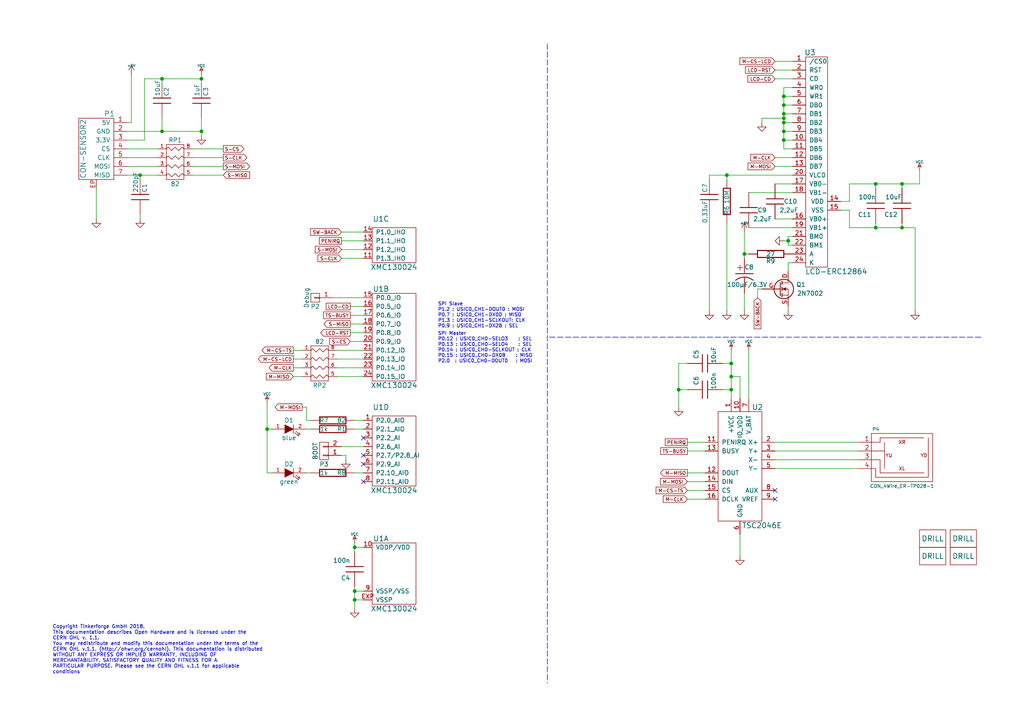
<source format=kicad_sch>
(kicad_sch (version 20211123) (generator eeschema)
  (paper "A4")
  (title_block (title "LCD 128x64 Bricklet") (date "2018-03-27") (rev "1.0") (company "Tinkerforge GmbH") (comment 1 "Licensed under CERN OHL v.1.1") (comment 2 "Copyright (©) 2018, L.Lauer <lukas@tinkerforge.com>"))
  (lib_symbols
    (symbol "tinkerforge:+5V" (power) (pin_names (offset 0))
      (property "Value" "tinkerforge_+5V" (at 0 3.556 0))
      (symbol "+5V_0_1"
        (polyline (pts (xy -0.762 1.27) (xy 0 2.54)))
        (polyline (pts (xy 0 0) (xy 0 2.54)))
        (polyline (pts (xy 0 2.54) (xy 0.762 1.27)))
      )
      (symbol "+5V_1_1"
        (pin power_in line (at 0 0 90) (length 0) hide (name "+5V") (number "1"))
      )
    )
    (symbol "tinkerforge:C" (pin_numbers hide) (pin_names (offset 0.254))
      (property "Reference" "C" (at 1.27 2.54 0))
      (property "Value" "tinkerforge_C" (at 1.27 -2.54 0))
      (symbol "C_0_1"
        (polyline (pts (xy -2.54 -0.762) (xy 2.54 -0.762)) (stroke (width 0.254)))
        (polyline (pts (xy -2.54 0.762) (xy 2.54 0.762)) (stroke (width 0.254)))
      )
      (symbol "C_1_1"
        (pin passive line (at 0 5.08 270) (length 4.318) (name "~") (number "1"))
        (pin passive line (at 0 -5.08 90) (length 4.318) (name "~") (number "2"))
      )
    )
    (symbol "tinkerforge:CON-SENSOR2" (pin_names (offset 1.016))
      (property "Reference" "P" (at -3.81 10.16 0))
      (property "Value" "tinkerforge_CON-SENSOR2" (at 3.81 0 90))
      (symbol "CON-SENSOR2_0_1"
        (rectangle (start -5.08 8.89) (end 5.08 -8.89))
      )
      (symbol "CON-SENSOR2_1_1"
        (pin passive line (at -8.89 7.62 0) (length 3.81) (name "5V") (number "1"))
        (pin passive line (at -8.89 5.08 0) (length 3.81) (name "GND") (number "2"))
        (pin passive line (at -8.89 2.54 0) (length 3.81) (name "3.3V") (number "3"))
        (pin passive line (at -8.89 0 0) (length 3.81) (name "CS") (number "4"))
        (pin passive line (at -8.89 -2.54 0) (length 3.81) (name "CLK") (number "5"))
        (pin passive line (at -8.89 -5.08 0) (length 3.81) (name "MOSI") (number "6"))
        (pin passive line (at -8.89 -7.62 0) (length 3.81) (name "MISO") (number "7"))
        (pin passive line (at 0 -11.43 90) (length 2.54) (name "~") (number "EP"))
      )
    )
    (symbol "tinkerforge:CONN_01X01" (pin_names (offset 1.016) hide)
      (property "Reference" "P" (at 0 2.54 0))
      (property "Value" "tinkerforge_CONN_01X01" (at 2.54 0 90))
      (symbol "CONN_01X01_0_1"
        (rectangle (start -1.27 0.127) (end 0.254 -0.127))
        (rectangle (start -1.27 1.27) (end 1.27 -1.27))
      )
      (symbol "CONN_01X01_1_1"
        (pin passive line (at -5.08 0 0) (length 3.81) (name "P1") (number "1"))
      )
    )
    (symbol "tinkerforge:CONN_01X02" (pin_names (offset 1.016) hide)
      (property "Reference" "P" (at 0 3.81 0))
      (property "Value" "tinkerforge_CONN_01X02" (at 2.54 0 90))
      (symbol "CONN_01X02_0_1"
        (rectangle (start -1.27 -1.143) (end 0.254 -1.397))
        (rectangle (start -1.27 1.397) (end 0.254 1.143))
        (rectangle (start -1.27 2.54) (end 1.27 -2.54))
      )
      (symbol "CONN_01X02_1_1"
        (pin passive line (at -5.08 1.27 0) (length 3.81) (name "P1") (number "1"))
        (pin passive line (at -5.08 -1.27 0) (length 3.81) (name "P2") (number "2"))
      )
    )
    (symbol "tinkerforge:CON_4Wire_ER-TP028-1" (pin_names (offset 1.016))
      (property "Reference" "P" (at -3.81 7.62 0))
      (property "Value" "tinkerforge_CON_4Wire_ER-TP028-1" (at 3.81 -8.89 0))
      (symbol "CON_4Wire_ER-TP028-1_0_0"
        (text "XL" (at 3.81 -3.81 0) (effects (font (size 0.9906 0.9906))))
        (text "XR" (at 3.81 3.81 0) (effects (font (size 0.9906 0.9906))))
        (text "YD" (at 10.16 0 0) (effects (font (size 0.9906 0.9906))))
        (text "YU" (at 0 0 0) (effects (font (size 0.9906 0.9906))))
      )
      (symbol "CON_4Wire_ER-TP028-1_0_1"
        (rectangle (start -5.08 6.35) (end 12.7 -7.62))
        (polyline (pts (xy -3.81 -1.27) (xy -2.54 -1.27)))
        (polyline (pts (xy -3.81 1.27) (xy -2.54 1.27)))
        (polyline (pts (xy -2.54 3.81) (xy -3.81 3.81)))
        (polyline (pts (xy -1.27 1.27) (xy -1.27 -3.81)))
        (polyline (pts (xy -2.54 -1.27) (xy -2.54 -5.08) (xy 10.16 -5.08)))
        (polyline (pts (xy -2.54 1.27) (xy -1.27 1.27) (xy -1.27 3.81)))
        (polyline (pts (xy -2.54 3.81) (xy -2.54 5.08) (xy 10.16 5.08)))
        (polyline (pts (xy -3.81 -3.81) (xy -3.81 -6.35) (xy 11.43 -6.35) (xy 11.43 5.08)))
      )
      (symbol "CON_4Wire_ER-TP028-1_1_1"
        (pin input line (at -8.89 3.81 0) (length 5.08) (name "~") (number "1"))
        (pin input line (at -8.89 1.27 0) (length 5.08) (name "~") (number "2"))
        (pin input line (at -8.89 -1.27 0) (length 5.08) (name "~") (number "3"))
        (pin input line (at -8.89 -3.81 0) (length 5.08) (name "~") (number "4"))
      )
    )
    (symbol "tinkerforge:CP1" (pin_numbers hide) (pin_names (offset 0.254) hide)
      (property "Reference" "C" (at 1.27 2.54 0))
      (property "Value" "tinkerforge_CP1" (at 1.27 -2.54 0))
      (symbol "CP1_0_0"
        (text "+" (at -1.27 2.54 0) (effects (font (size 2.032 2.032))))
      )
      (symbol "CP1_0_1"
        (polyline (pts (xy 0 1.27) (xy 0 0.762) (xy 0 0.762)))
        (polyline (pts (xy 2.54 0.635) (xy -2.54 0.635) (xy -2.54 0.635)) (stroke (width 0.254)))
        (arc (start 2.54 -1.27) (mid 0 -0.379) (end -2.54 -1.27) (stroke (width 0.254)))
      )
      (symbol "CP1_1_1"
        (pin passive line (at 0 5.08 270) (length 3.81) (name "~") (number "1"))
        (pin passive line (at 0 -5.08 90) (length 4.572) (name "~") (number "2"))
      )
    )
    (symbol "tinkerforge:DRILL" (pin_numbers hide) (pin_names (offset 0) hide)
      (property "Value" "tinkerforge_DRILL" (at 0 0 0))
      (symbol "DRILL_0_1"
        (rectangle (start -3.81 2.54) (end 3.81 -2.54))
      )
    )
    (symbol "tinkerforge:GND" (power) (pin_names (offset 0))
      (property "Value" "tinkerforge_GND" (at 0 -5.08 0))
      (symbol "GND_0_1"
        (polyline (pts (xy 0 0) (xy 0 -1.27) (xy 1.27 -1.27) (xy 0 -2.54) (xy -1.27 -1.27) (xy 0 -1.27)))
      )
      (symbol "GND_1_1"
        (pin power_in line (at 0 0 270) (length 0) hide (name "GND") (number "1"))
      )
    )
    (symbol "tinkerforge:LCD-ERC12864" (pin_names (offset 1.016))
      (property "Reference" "U" (at 1.27 31.75 0))
      (property "Value" "tinkerforge_LCD-ERC12864" (at 3.81 -31.75 0))
      (symbol "LCD-ERC12864_0_1"
        (rectangle (start 0 -30.48) (end 6.35 30.48))
      )
      (symbol "LCD-ERC12864_1_1"
        (pin passive line (at -3.81 29.21 0) (length 3.81) (name "/CS0") (number "1"))
        (pin passive line (at -3.81 6.35 0) (length 3.81) (name "DB4") (number "10"))
        (pin passive line (at -3.81 3.81 0) (length 3.81) (name "DB5") (number "11"))
        (pin passive line (at -3.81 1.27 0) (length 3.81) (name "DB6") (number "12"))
        (pin passive line (at -3.81 -1.27 0) (length 3.81) (name "DB7") (number "13"))
        (pin passive line (at 10.16 -11.43 180) (length 3.81) (name "VDD") (number "14"))
        (pin passive line (at 10.16 -13.97 180) (length 3.81) (name "VSS") (number "15"))
        (pin passive line (at -3.81 -16.51 0) (length 3.81) (name "VB0+") (number "16"))
        (pin passive line (at -3.81 -6.35 0) (length 3.81) (name "VB0-") (number "17"))
        (pin passive line (at -3.81 -8.89 0) (length 3.81) (name "VB1-") (number "18"))
        (pin passive line (at -3.81 -19.05 0) (length 3.81) (name "VB1+") (number "19"))
        (pin passive line (at -3.81 26.67 0) (length 3.81) (name "RST") (number "2"))
        (pin passive line (at -3.81 -3.81 0) (length 3.81) (name "VLCD") (number "20"))
        (pin passive line (at -3.81 -21.59 0) (length 3.81) (name "BM0") (number "21"))
        (pin passive line (at -3.81 -24.13 0) (length 3.81) (name "BM1") (number "22"))
        (pin input line (at -3.81 -26.67 0) (length 3.81) (name "A") (number "23"))
        (pin input line (at -3.81 -29.21 0) (length 3.81) (name "K") (number "24"))
        (pin passive line (at -3.81 24.13 0) (length 3.81) (name "CD") (number "3"))
        (pin passive line (at -3.81 21.59 0) (length 3.81) (name "WR0") (number "4"))
        (pin passive line (at -3.81 19.05 0) (length 3.81) (name "WR1") (number "5"))
        (pin passive line (at -3.81 16.51 0) (length 3.81) (name "DB0") (number "6"))
        (pin passive line (at -3.81 13.97 0) (length 3.81) (name "DB1") (number "7"))
        (pin passive line (at -3.81 11.43 0) (length 3.81) (name "DB2") (number "8"))
        (pin passive line (at -3.81 8.89 0) (length 3.81) (name "DB3") (number "9"))
      )
    )
    (symbol "tinkerforge:LED" (pin_names (offset 1.016) hide)
      (property "Reference" "D" (at 0 2.54 0))
      (property "Value" "tinkerforge_LED" (at 0 -2.54 0))
      (symbol "LED_0_1"
        (polyline (pts (xy 1.27 1.27) (xy 1.27 -1.27)))
        (polyline (pts (xy -1.27 1.27) (xy 1.27 0) (xy -1.27 -1.27)) (fill (type outline)))
        (polyline (pts (xy 1.651 -1.016) (xy 2.794 -2.032) (xy 2.667 -1.397)))
        (polyline (pts (xy 2.032 -0.635) (xy 3.175 -1.651) (xy 3.048 -1.016)))
      )
      (symbol "LED_1_1"
        (pin passive line (at -5.08 0 0) (length 3.81) (name "A") (number "1"))
        (pin passive line (at 5.08 0 180) (length 3.81) (name "K") (number "2"))
      )
    )
    (symbol "tinkerforge:MOSFET_N_CH" (pin_names (offset 0) hide)
      (property "Reference" "Q" (at 7.62 1.27 0))
      (property "Value" "tinkerforge_MOSFET_N_CH" (at 17.78 -1.27 0))
      (symbol "MOSFET_N_CH_0_1"
        (polyline (pts (xy 0.762 -1.778) (xy 2.54 -1.778)))
        (polyline (pts (xy 0.762 -1.27) (xy 0.762 -2.286)) (stroke (width 0.254)))
        (polyline (pts (xy 0.762 0) (xy 2.54 0)))
        (polyline (pts (xy 0.762 0.508) (xy 0.762 -0.508)) (stroke (width 0.254)))
        (polyline (pts (xy 0.762 1.778) (xy 2.54 1.778)))
        (polyline (pts (xy 0.762 2.286) (xy 0.762 1.27)) (stroke (width 0.254)))
        (polyline (pts (xy 2.54 -1.778) (xy 2.54 -2.54)))
        (polyline (pts (xy 2.54 -1.778) (xy 2.54 0)))
        (polyline (pts (xy 2.54 2.54) (xy 2.54 1.778)))
        (polyline (pts (xy 0.254 1.905) (xy 0.254 -1.905) (xy 0.254 -1.905)) (stroke (width 0.254)))
        (polyline (pts (xy 0.889 0) (xy 1.905 0.381) (xy 1.905 -0.381) (xy 0.889 0)) (fill (type outline)))
        (circle (center 1.27 0) (radius 2.8194) (stroke (width 0.254)))
      )
      (symbol "MOSFET_N_CH_1_1"
        (pin passive line (at 2.54 5.08 270) (length 2.54) (name "D") (number "D"))
        (pin input line (at -5.08 0 0) (length 5.334) (name "G") (number "G"))
        (pin passive line (at 2.54 -5.08 90) (length 2.54) (name "S") (number "S"))
      )
    )
    (symbol "tinkerforge:R" (pin_numbers hide) (pin_names (offset 0))
      (property "Reference" "R" (at 2.032 0 90))
      (property "Value" "tinkerforge_R" (at 0 0 90))
      (symbol "R_0_1"
        (rectangle (start -1.016 3.81) (end 1.016 -3.81) (stroke (width 0.3048)))
      )
      (symbol "R_1_1"
        (pin passive line (at 0 6.35 270) (length 2.54) (name "~") (number "1"))
        (pin passive line (at 0 -6.35 90) (length 2.54) (name "~") (number "2"))
      )
    )
    (symbol "tinkerforge:R_PACK4" (pin_names hide)
      (property "Reference" "RP" (at 0 11.43 0))
      (property "Value" "tinkerforge_R_PACK4" (at 0 -1.27 0))
      (symbol "R_PACK4_0_1"
        (polyline (pts (xy -2.54 10.16) (xy -2.54 0) (xy 2.54 0) (xy 2.54 10.16) (xy -2.54 10.16)))
        (polyline (pts (xy -2.54 1.27) (xy -2.032 1.778) (xy -1.016 0.762) (xy 0 1.778) (xy 1.016 0.762) (xy 2.032 1.778) (xy 2.54 1.27)))
        (polyline (pts (xy -2.54 3.81) (xy -2.032 4.318) (xy -1.016 3.302) (xy 0 4.318) (xy 1.016 3.302) (xy 2.032 4.318) (xy 2.54 3.81)))
        (polyline (pts (xy -2.54 6.35) (xy -2.032 6.858) (xy -1.016 5.842) (xy 0 6.858) (xy 1.016 5.842) (xy 2.032 6.858) (xy 2.54 6.35)))
        (polyline (pts (xy -2.54 8.89) (xy -2.032 9.398) (xy -1.016 8.382) (xy 0 9.398) (xy 1.016 8.382) (xy 2.032 9.398) (xy 2.54 8.89)))
      )
      (symbol "R_PACK4_1_1"
        (pin passive line (at -5.08 8.89 0) (length 2.54) (name "P1") (number "1"))
        (pin passive line (at -5.08 6.35 0) (length 2.54) (name "P2") (number "2"))
        (pin passive line (at -5.08 3.81 0) (length 2.54) (name "P3") (number "3"))
        (pin passive line (at -5.08 1.27 0) (length 2.54) (name "P4") (number "4"))
        (pin passive line (at 5.08 1.27 180) (length 2.54) (name "R4") (number "5"))
        (pin passive line (at 5.08 3.81 180) (length 2.54) (name "R3") (number "6"))
        (pin passive line (at 5.08 6.35 180) (length 2.54) (name "R2") (number "7"))
        (pin passive line (at 5.08 8.89 180) (length 2.54) (name "R1") (number "8"))
      )
    )
    (symbol "tinkerforge:TSC2046E" (pin_names (offset 1.016))
      (property "Reference" "U" (at 5.08 21.59 0))
      (property "Value" "tinkerforge_TSC2046E" (at 6.35 -12.7 0))
      (symbol "TSC2046E_0_1"
        (rectangle (start -6.35 20.32) (end 6.35 -11.43))
      )
      (symbol "TSC2046E_1_1"
        (pin passive line (at -2.54 24.13 270) (length 3.81) (name "+VCC") (number "1"))
        (pin passive line (at 0 24.13 270) (length 3.81) (name "IO_VDD") (number "10"))
        (pin passive line (at -10.16 11.43 0) (length 3.81) (name "PENIRQ") (number "11"))
        (pin passive line (at -10.16 2.54 0) (length 3.81) (name "DOUT") (number "12"))
        (pin passive line (at -10.16 8.89 0) (length 3.81) (name "BUSY") (number "13"))
        (pin passive line (at -10.16 0 0) (length 3.81) (name "DIN") (number "14"))
        (pin passive line (at -10.16 -2.54 0) (length 3.81) (name "CS") (number "15"))
        (pin passive line (at -10.16 -5.08 0) (length 3.81) (name "DCLK") (number "16"))
        (pin passive line (at 10.16 11.43 180) (length 3.81) (name "X+") (number "2"))
        (pin passive line (at 10.16 8.89 180) (length 3.81) (name "Y+") (number "3"))
        (pin passive line (at 10.16 6.35 180) (length 3.81) (name "X-") (number "4"))
        (pin passive line (at 10.16 3.81 180) (length 3.81) (name "Y-") (number "5"))
        (pin passive line (at 0 -15.24 90) (length 3.81) (name "GND") (number "6"))
        (pin passive line (at 2.54 24.13 270) (length 3.81) (name "V_BAT") (number "7"))
        (pin passive line (at 10.16 -2.54 180) (length 3.81) (name "AUX") (number "8"))
        (pin passive line (at 10.16 -5.08 180) (length 3.81) (name "VREF") (number "9"))
      )
    )
    (symbol "tinkerforge:VCC" (power) (pin_names (offset 0))
      (property "Value" "tinkerforge_VCC" (at 0 3.175 0))
      (symbol "VCC_0_0"
        (pin power_in line (at 0 0 90) (length 0) hide (name "VCC") (number "1"))
      )
      (symbol "VCC_0_1"
        (polyline (pts (xy 0 1.524) (xy 0 0)))
        (polyline (pts (xy 0 1.524) (xy 0.508 1.016) (xy 0 2.286) (xy -0.508 1.016) (xy 0 1.524) (xy 0 1.524)))
      )
    )
    (symbol "tinkerforge:XMC1XXX24" (pin_names (offset 1.016))
      (property "Reference" "U" (at -3.81 15.24 0))
      (property "Value" "tinkerforge_XMC1XXX24" (at 0 -16.51 0))
      (symbol "XMC1XXX24_1_1"
        (rectangle (start -6.35 8.89) (end 6.35 -8.89))
        (pin passive line (at -8.89 7.62 0) (length 2.54) (name "VDDP/VDD") (number "10"))
        (pin passive line (at -8.89 -5.08 0) (length 2.54) (name "VSSP/VSS") (number "9"))
        (pin passive line (at -8.89 -7.62 0) (length 2.54) (name "VSSP") (number "EXP"))
      )
      (symbol "XMC1XXX24_2_1"
        (rectangle (start -6.35 12.7) (end 6.35 -12.7))
        (pin passive line (at -8.89 11.43 0) (length 2.54) (name "P0.0_IO") (number "15"))
        (pin passive line (at -8.89 8.89 0) (length 2.54) (name "P0.5_IO") (number "16"))
        (pin passive line (at -8.89 6.35 0) (length 2.54) (name "P0.6_IO") (number "17"))
        (pin passive line (at -8.89 3.81 0) (length 2.54) (name "P0.7_IO") (number "18"))
        (pin passive line (at -8.89 1.27 0) (length 2.54) (name "P0.8_IO") (number "19"))
        (pin passive line (at -8.89 -1.27 0) (length 2.54) (name "P0.9_IO") (number "20"))
        (pin passive line (at -8.89 -3.81 0) (length 2.54) (name "P0.12_IO") (number "21"))
        (pin passive line (at -8.89 -6.35 0) (length 2.54) (name "P0.13_IO") (number "22"))
        (pin passive line (at -8.89 -8.89 0) (length 2.54) (name "P0.14_IO") (number "23"))
        (pin passive line (at -8.89 -11.43 0) (length 2.54) (name "P0.15_IO") (number "24"))
      )
      (symbol "XMC1XXX24_3_1"
        (rectangle (start -6.35 5.08) (end 6.35 -5.08))
        (pin passive line (at -8.89 -3.81 0) (length 2.54) (name "P1.3_IHO") (number "11"))
        (pin passive line (at -8.89 -1.27 0) (length 2.54) (name "P1.2_IHO") (number "12"))
        (pin passive line (at -8.89 1.27 0) (length 2.54) (name "P1.1_IHO") (number "13"))
        (pin passive line (at -8.89 3.81 0) (length 2.54) (name "P1.0_IHO") (number "14"))
      )
      (symbol "XMC1XXX24_4_1"
        (rectangle (start -6.35 10.16) (end 6.35 -10.16))
        (pin passive line (at -8.89 8.89 0) (length 2.54) (name "P2.0_AIO") (number "1"))
        (pin passive line (at -8.89 6.35 0) (length 2.54) (name "P2.1_AIO") (number "2"))
        (pin passive line (at -8.89 3.81 0) (length 2.54) (name "P2.2_AI") (number "3"))
        (pin passive line (at -8.89 1.27 0) (length 2.54) (name "P2.6_AI") (number "4"))
        (pin passive line (at -8.89 -1.27 0) (length 2.54) (name "P2.7/P2.8_AI") (number "5"))
        (pin passive line (at -8.89 -3.81 0) (length 2.54) (name "P2.9_AI") (number "6"))
        (pin passive line (at -8.89 -6.35 0) (length 2.54) (name "P2.10_AIO") (number "7"))
        (pin passive line (at -8.89 -8.89 0) (length 2.54) (name "P2.11_AIO") (number "8"))
      )
    )
  )
  (junction (at 102.87 158.75))
  (junction (at 227.33 40.64))
  (junction (at 227.33 30.48))
  (junction (at 215.9 73.66))
  (junction (at 196.85 113.03))
  (junction (at 227.33 34.29))
  (junction (at 46.99 22.86))
  (junction (at 210.82 50.8))
  (junction (at 227.33 27.94))
  (junction (at 212.09 113.03))
  (junction (at 227.33 38.1))
  (junction (at 58.42 38.1))
  (junction (at 254 53.34))
  (junction (at 228.6 69.85))
  (junction (at 77.47 124.46))
  (junction (at 227.33 35.56))
  (junction (at 58.42 22.86))
  (junction (at 102.87 173.99))
  (junction (at 40.64 50.8))
  (junction (at 102.87 171.45))
  (junction (at 212.09 109.22))
  (junction (at 261.62 66.04))
  (junction (at 227.33 33.02))
  (junction (at 212.09 105.41))
  (junction (at 254 66.04))
  (junction (at 46.99 38.1))
  (junction (at 261.62 53.34))
  (no_connect (at 105.41 127))
  (no_connect (at 105.41 132.08))
  (no_connect (at 224.79 142.24))
  (no_connect (at 105.41 134.62))
  (no_connect (at 224.79 144.78))
  (no_connect (at 105.41 139.7))
  (wire (pts (xy 224.79 17.78) (xy 229.87 17.78)))
  (wire (pts (xy 105.41 121.92) (xy 102.87 121.92)))
  (wire (pts (xy 55.88 48.26) (xy 64.77 48.26)))
  (wire (pts (xy 77.47 116.84) (xy 77.47 124.46)))
  (wire (pts (xy 90.17 121.92) (xy 88.9 121.92)))
  (wire (pts (xy 102.87 170.18) (xy 102.87 171.45)))
  (wire (pts (xy 46.99 38.1) (xy 58.42 38.1)))
  (wire (pts (xy 209.55 105.41) (xy 212.09 105.41)))
  (polyline (pts (xy 284.48 97.79) (xy 158.75 97.79)))
  (wire (pts (xy 205.74 62.23) (xy 205.74 90.17)))
  (wire (pts (xy 217.17 55.88) (xy 229.87 55.88)))
  (wire (pts (xy 227.33 43.18) (xy 229.87 43.18)))
  (wire (pts (xy 102.87 157.48) (xy 102.87 158.75)))
  (wire (pts (xy 214.63 154.94) (xy 214.63 161.29)))
  (wire (pts (xy 210.82 52.07) (xy 210.82 50.8)))
  (wire (pts (xy 227.33 38.1) (xy 227.33 40.64)))
  (wire (pts (xy 102.87 173.99) (xy 102.87 176.53)))
  (wire (pts (xy 228.6 68.58) (xy 229.87 68.58)))
  (wire (pts (xy 246.38 58.42) (xy 243.84 58.42)))
  (polyline (pts (xy 158.75 12.7) (xy 158.75 198.12)))
  (wire (pts (xy 55.88 45.72) (xy 64.77 45.72)))
  (wire (pts (xy 199.39 142.24) (xy 204.47 142.24)))
  (wire (pts (xy 214.63 109.22) (xy 212.09 109.22)))
  (wire (pts (xy 88.9 118.11) (xy 87.63 118.11)))
  (wire (pts (xy 102.87 137.16) (xy 105.41 137.16)))
  (wire (pts (xy 224.79 45.72) (xy 229.87 45.72)))
  (wire (pts (xy 102.87 158.75) (xy 102.87 160.02)))
  (wire (pts (xy 99.06 132.08) (xy 100.33 132.08)))
  (wire (pts (xy 101.6 91.44) (xy 105.41 91.44)))
  (wire (pts (xy 205.74 50.8) (xy 205.74 52.07)))
  (wire (pts (xy 105.41 74.93) (xy 99.06 74.93)))
  (wire (pts (xy 229.87 76.2) (xy 228.6 76.2)))
  (wire (pts (xy 248.92 135.89) (xy 224.79 135.89)))
  (wire (pts (xy 224.79 133.35) (xy 248.92 133.35)))
  (wire (pts (xy 38.1 35.56) (xy 36.83 35.56)))
  (wire (pts (xy 46.99 22.86) (xy 58.42 22.86)))
  (wire (pts (xy 85.09 101.6) (xy 87.63 101.6)))
  (wire (pts (xy 97.79 104.14) (xy 105.41 104.14)))
  (wire (pts (xy 204.47 139.7) (xy 199.39 139.7)))
  (wire (pts (xy 229.87 40.64) (xy 227.33 40.64)))
  (wire (pts (xy 58.42 21.59) (xy 58.42 22.86)))
  (wire (pts (xy 254 66.04) (xy 261.62 66.04)))
  (wire (pts (xy 228.6 71.12) (xy 229.87 71.12)))
  (wire (pts (xy 215.9 85.09) (xy 215.9 90.17)))
  (wire (pts (xy 101.6 99.06) (xy 105.41 99.06)))
  (wire (pts (xy 105.41 101.6) (xy 97.79 101.6)))
  (wire (pts (xy 214.63 115.57) (xy 214.63 109.22)))
  (wire (pts (xy 228.6 69.85) (xy 228.6 71.12)))
  (wire (pts (xy 196.85 113.03) (xy 196.85 118.11)))
  (wire (pts (xy 243.84 60.96) (xy 246.38 60.96)))
  (wire (pts (xy 102.87 158.75) (xy 105.41 158.75)))
  (wire (pts (xy 36.83 43.18) (xy 45.72 43.18)))
  (wire (pts (xy 229.87 35.56) (xy 227.33 35.56)))
  (wire (pts (xy 102.87 124.46) (xy 105.41 124.46)))
  (wire (pts (xy 99.06 72.39) (xy 105.41 72.39)))
  (wire (pts (xy 100.33 132.08) (xy 100.33 133.35)))
  (wire (pts (xy 224.79 128.27) (xy 248.92 128.27)))
  (wire (pts (xy 27.94 54.61) (xy 27.94 63.5)))
  (wire (pts (xy 228.6 76.2) (xy 228.6 78.74)))
  (wire (pts (xy 105.41 88.9) (xy 101.6 88.9)))
  (wire (pts (xy 246.38 53.34) (xy 246.38 58.42)))
  (wire (pts (xy 215.9 67.31) (xy 215.9 73.66)))
  (wire (pts (xy 212.09 109.22) (xy 212.09 113.03)))
  (wire (pts (xy 215.9 73.66) (xy 215.9 74.93)))
  (wire (pts (xy 102.87 173.99) (xy 105.41 173.99)))
  (wire (pts (xy 40.64 50.8) (xy 40.64 52.07)))
  (wire (pts (xy 212.09 113.03) (xy 212.09 115.57)))
  (wire (pts (xy 105.41 69.85) (xy 99.06 69.85)))
  (wire (pts (xy 38.1 21.59) (xy 38.1 35.56)))
  (wire (pts (xy 36.83 48.26) (xy 45.72 48.26)))
  (wire (pts (xy 261.62 66.04) (xy 265.43 66.04)))
  (wire (pts (xy 228.6 68.58) (xy 228.6 69.85)))
  (wire (pts (xy 266.7 53.34) (xy 266.7 49.53)))
  (wire (pts (xy 229.87 66.04) (xy 217.17 66.04)))
  (wire (pts (xy 261.62 54.61) (xy 261.62 53.34)))
  (wire (pts (xy 41.91 40.64) (xy 41.91 22.86)))
  (wire (pts (xy 41.91 22.86) (xy 46.99 22.86)))
  (wire (pts (xy 97.79 109.22) (xy 105.41 109.22)))
  (wire (pts (xy 246.38 53.34) (xy 254 53.34)))
  (wire (pts (xy 102.87 171.45) (xy 102.87 173.99)))
  (wire (pts (xy 228.6 88.9) (xy 228.6 90.17)))
  (wire (pts (xy 227.33 34.29) (xy 220.98 34.29)))
  (wire (pts (xy 212.09 105.41) (xy 212.09 109.22)))
  (wire (pts (xy 46.99 24.13) (xy 46.99 22.86)))
  (wire (pts (xy 254 64.77) (xy 254 66.04)))
  (wire (pts (xy 196.85 105.41) (xy 196.85 113.03)))
  (wire (pts (xy 46.99 34.29) (xy 46.99 38.1)))
  (wire (pts (xy 85.09 106.68) (xy 87.63 106.68)))
  (wire (pts (xy 229.87 20.32) (xy 224.79 20.32)))
  (wire (pts (xy 36.83 50.8) (xy 40.64 50.8)))
  (wire (pts (xy 101.6 96.52) (xy 105.41 96.52)))
  (wire (pts (xy 261.62 53.34) (xy 266.7 53.34)))
  (wire (pts (xy 220.98 34.29) (xy 220.98 35.56)))
  (wire (pts (xy 219.71 83.82) (xy 219.71 86.36)))
  (wire (pts (xy 58.42 22.86) (xy 58.42 24.13)))
  (wire (pts (xy 40.64 50.8) (xy 45.72 50.8)))
  (wire (pts (xy 261.62 64.77) (xy 261.62 66.04)))
  (wire (pts (xy 87.63 109.22) (xy 85.09 109.22)))
  (wire (pts (xy 246.38 66.04) (xy 254 66.04)))
  (wire (pts (xy 229.87 38.1) (xy 227.33 38.1)))
  (wire (pts (xy 210.82 50.8) (xy 229.87 50.8)))
  (wire (pts (xy 55.88 50.8) (xy 64.77 50.8)))
  (wire (pts (xy 90.17 137.16) (xy 88.9 137.16)))
  (wire (pts (xy 199.39 128.27) (xy 204.47 128.27)))
  (wire (pts (xy 227.33 25.4) (xy 227.33 27.94)))
  (wire (pts (xy 199.39 105.41) (xy 196.85 105.41)))
  (wire (pts (xy 77.47 124.46) (xy 77.47 137.16)))
  (wire (pts (xy 229.87 33.02) (xy 227.33 33.02)))
  (wire (pts (xy 227.33 40.64) (xy 227.33 43.18)))
  (wire (pts (xy 229.87 48.26) (xy 224.79 48.26)))
  (wire (pts (xy 205.74 50.8) (xy 210.82 50.8)))
  (wire (pts (xy 204.47 144.78) (xy 199.39 144.78)))
  (wire (pts (xy 217.17 115.57) (xy 217.17 101.6)))
  (wire (pts (xy 55.88 43.18) (xy 64.77 43.18)))
  (wire (pts (xy 105.41 129.54) (xy 99.06 129.54)))
  (wire (pts (xy 229.87 27.94) (xy 227.33 27.94)))
  (wire (pts (xy 227.33 34.29) (xy 227.33 35.56)))
  (wire (pts (xy 58.42 38.1) (xy 58.42 39.37)))
  (wire (pts (xy 227.33 33.02) (xy 227.33 34.29)))
  (wire (pts (xy 217.17 73.66) (xy 215.9 73.66)))
  (wire (pts (xy 105.41 171.45) (xy 102.87 171.45)))
  (wire (pts (xy 199.39 113.03) (xy 196.85 113.03)))
  (wire (pts (xy 224.79 63.5) (xy 229.87 63.5)))
  (wire (pts (xy 45.72 45.72) (xy 36.83 45.72)))
  (wire (pts (xy 58.42 34.29) (xy 58.42 38.1)))
  (wire (pts (xy 229.87 53.34) (xy 224.79 53.34)))
  (wire (pts (xy 254 54.61) (xy 254 53.34)))
  (wire (pts (xy 204.47 130.81) (xy 199.39 130.81)))
  (wire (pts (xy 105.41 67.31) (xy 99.06 67.31)))
  (wire (pts (xy 36.83 40.64) (xy 41.91 40.64)))
  (wire (pts (xy 36.83 38.1) (xy 46.99 38.1)))
  (wire (pts (xy 254 53.34) (xy 261.62 53.34)))
  (wire (pts (xy 248.92 130.81) (xy 224.79 130.81)))
  (wire (pts (xy 105.41 86.36) (xy 96.52 86.36)))
  (wire (pts (xy 199.39 137.16) (xy 204.47 137.16)))
  (wire (pts (xy 227.33 69.85) (xy 228.6 69.85)))
  (wire (pts (xy 77.47 137.16) (xy 78.74 137.16)))
  (wire (pts (xy 220.98 83.82) (xy 219.71 83.82)))
  (wire (pts (xy 90.17 124.46) (xy 88.9 124.46)))
  (wire (pts (xy 88.9 121.92) (xy 88.9 118.11)))
  (wire (pts (xy 40.64 63.5) (xy 40.64 62.23)))
  (wire (pts (xy 224.79 22.86) (xy 229.87 22.86)))
  (wire (pts (xy 105.41 106.68) (xy 97.79 106.68)))
  (wire (pts (xy 227.33 27.94) (xy 227.33 30.48)))
  (wire (pts (xy 212.09 101.6) (xy 212.09 105.41)))
  (wire (pts (xy 78.74 124.46) (xy 77.47 124.46)))
  (wire (pts (xy 227.33 25.4) (xy 229.87 25.4)))
  (wire (pts (xy 227.33 30.48) (xy 227.33 33.02)))
  (wire (pts (xy 246.38 60.96) (xy 246.38 66.04)))
  (wire (pts (xy 101.6 93.98) (xy 105.41 93.98)))
  (wire (pts (xy 87.63 104.14) (xy 85.09 104.14)))
  (wire (pts (xy 212.09 113.03) (xy 209.55 113.03)))
  (wire (pts (xy 210.82 64.77) (xy 210.82 90.17)))
  (wire (pts (xy 265.43 66.04) (xy 265.43 90.17)))
  (wire (pts (xy 229.87 30.48) (xy 227.33 30.48)))
  (wire (pts (xy 227.33 35.56) (xy 227.33 38.1)))
  (text "SPI Slave\nP1.2 : USIC0_CH1-DOUT0 : MOSI\nP0.7 : USIC0_CH1-DX0D : MISO\nP1.3 : USIC0_CH1-SCLKOUT: CLK\nP0.9 : USIC0_CH1-DX2B : SEL\n" (at 127 95.25 0) (effects (font (size 0.9906 0.9906)) (justify left bottom)))
  (text "SPI Master\nP0.12 : USIC0_CH0-SELO3    : SEL\nP0.13 : USIC0_CH0-SELO4    : SEL\nP0.14 : USIC0_CH0-SCLKOUT : CLK\nP0.15 : USIC0_CH0-DX0B    : MISO\nP2.0  : USIC0_CH0-DOUT0   : MOSI" (at 127 105.41 0) (effects (font (size 0.9906 0.9906)) (justify left bottom)))
  (text "Copyright Tinkerforge GmbH 2018.\nThis documentation describes Open Hardware and is licensed under the\nCERN OHL v. 1.1.\nYou may redistribute and modify this documentation under the terms of the\nCERN OHL v.1.1. (http://ohwr.org/cernohl). This documentation is distributed\nWITHOUT ANY EXPRESS OR IMPLIED WARRANTY, INCLUDING OF\nMERCHANTABILITY, SATISFACTORY QUALITY AND FITNESS FOR A\nPARTICULAR PURPOSE. Please see the CERN OHL v.1.1 for applicable\nconditions\n" (at 15.24 195.58 0) (effects (font (size 1.016 1.016)) (justify left bottom)))
  (global_label "M-CLK" (shape output) (at 85.09 106.68 180) (effects (font (size 0.9906 0.9906))) (property "Intersheet References" "${INTERSHEET_REFS}" (effects hide)))
  (global_label "TS-BUSY" (shape passive) (at 199.39 130.81 180) (effects (font (size 0.9906 0.9906))) (property "Intersheet References" "${INTERSHEET_REFS}" (effects hide)))
  (global_label "S-MOSI" (shape input) (at 99.06 72.39 180) (effects (font (size 0.9906 0.9906))) (property "Intersheet References" "${INTERSHEET_REFS}" (effects hide)))
  (global_label "M-MOSI" (shape output) (at 87.63 118.11 180) (effects (font (size 0.9906 0.9906))) (property "Intersheet References" "${INTERSHEET_REFS}" (effects hide)))
  (global_label "S-MISO" (shape input) (at 64.77 50.8 0) (effects (font (size 0.9906 0.9906))) (property "Intersheet References" "${INTERSHEET_REFS}" (effects hide)))
  (global_label "S-CLK" (shape input) (at 99.06 74.93 180) (effects (font (size 0.9906 0.9906))) (property "Intersheet References" "${INTERSHEET_REFS}" (effects hide)))
  (global_label "M-MOSI" (shape input) (at 224.79 48.26 180) (effects (font (size 0.9906 0.9906))) (property "Intersheet References" "${INTERSHEET_REFS}" (effects hide)))
  (global_label "LCD-CD" (shape input) (at 224.79 22.86 180) (effects (font (size 0.9906 0.9906))) (property "Intersheet References" "${INTERSHEET_REFS}" (effects hide)))
  (global_label "S-MOSI" (shape output) (at 64.77 48.26 0) (effects (font (size 0.9906 0.9906))) (property "Intersheet References" "${INTERSHEET_REFS}" (effects hide)))
  (global_label "M-CLK" (shape input) (at 224.79 45.72 180) (effects (font (size 0.9906 0.9906))) (property "Intersheet References" "${INTERSHEET_REFS}" (effects hide)))
  (global_label "M-CS-TS" (shape output) (at 85.09 101.6 180) (effects (font (size 0.9906 0.9906))) (property "Intersheet References" "${INTERSHEET_REFS}" (effects hide)))
  (global_label "S-CS" (shape input) (at 101.6 99.06 180) (effects (font (size 0.9906 0.9906))) (property "Intersheet References" "${INTERSHEET_REFS}" (effects hide)))
  (global_label "M-MISO" (shape input) (at 85.09 109.22 180) (effects (font (size 0.9906 0.9906))) (property "Intersheet References" "${INTERSHEET_REFS}" (effects hide)))
  (global_label "M-CLK" (shape input) (at 199.39 144.78 180) (effects (font (size 0.9906 0.9906))) (property "Intersheet References" "${INTERSHEET_REFS}" (effects hide)))
  (global_label "S-MISO" (shape output) (at 101.6 93.98 180) (effects (font (size 0.9906 0.9906))) (property "Intersheet References" "${INTERSHEET_REFS}" (effects hide)))
  (global_label "SW-BACK" (shape input) (at 219.71 86.36 270) (effects (font (size 0.9906 0.9906))) (property "Intersheet References" "${INTERSHEET_REFS}" (effects hide)))
  (global_label "PENIRQ" (shape passive) (at 199.39 128.27 180) (effects (font (size 0.9906 0.9906))) (property "Intersheet References" "${INTERSHEET_REFS}" (effects hide)))
  (global_label "TS-BUSY" (shape passive) (at 101.6 91.44 180) (effects (font (size 0.9906 0.9906))) (property "Intersheet References" "${INTERSHEET_REFS}" (effects hide)))
  (global_label "M-CS-LCD" (shape output) (at 85.09 104.14 180) (effects (font (size 0.9906 0.9906))) (property "Intersheet References" "${INTERSHEET_REFS}" (effects hide)))
  (global_label "LCD-CD" (shape passive) (at 101.6 88.9 180) (effects (font (size 0.9906 0.9906))) (property "Intersheet References" "${INTERSHEET_REFS}" (effects hide)))
  (global_label "PENIRQ" (shape passive) (at 99.06 69.85 180) (effects (font (size 0.9906 0.9906))) (property "Intersheet References" "${INTERSHEET_REFS}" (effects hide)))
  (global_label "M-MOSI" (shape input) (at 199.39 139.7 180) (effects (font (size 0.9906 0.9906))) (property "Intersheet References" "${INTERSHEET_REFS}" (effects hide)))
  (global_label "S-CLK" (shape output) (at 64.77 45.72 0) (effects (font (size 0.9906 0.9906))) (property "Intersheet References" "${INTERSHEET_REFS}" (effects hide)))
  (global_label "LCD-RST" (shape input) (at 224.79 20.32 180) (effects (font (size 0.9906 0.9906))) (property "Intersheet References" "${INTERSHEET_REFS}" (effects hide)))
  (global_label "LCD-RST" (shape output) (at 101.6 96.52 180) (effects (font (size 0.9906 0.9906))) (property "Intersheet References" "${INTERSHEET_REFS}" (effects hide)))
  (global_label "SW-BACK" (shape input) (at 99.06 67.31 180) (effects (font (size 0.9906 0.9906))) (property "Intersheet References" "${INTERSHEET_REFS}" (effects hide)))
  (global_label "M-CS-TS" (shape input) (at 199.39 142.24 180) (effects (font (size 0.9906 0.9906))) (property "Intersheet References" "${INTERSHEET_REFS}" (effects hide)))
  (global_label "M-MISO" (shape output) (at 199.39 137.16 180) (effects (font (size 0.9906 0.9906))) (property "Intersheet References" "${INTERSHEET_REFS}" (effects hide)))
  (global_label "S-CS" (shape output) (at 64.77 43.18 0) (effects (font (size 0.9906 0.9906))) (property "Intersheet References" "${INTERSHEET_REFS}" (effects hide)))
  (global_label "M-CS-LCD" (shape input) (at 224.79 17.78 180) (effects (font (size 0.9906 0.9906))) (property "Intersheet References" "${INTERSHEET_REFS}" (effects hide)))
  (symbol (lib_id "tinkerforge:GND") (at 40.64 63.5 0) (unit 1)
    (property "Reference" "#PWR03" (effects hide))
    (property "Value" "GND" (effects hide))
  )
  (symbol (lib_id "tinkerforge:GND") (at 27.94 63.5 0) (unit 1)
    (property "Reference" "#PWR02" (effects hide))
    (property "Value" "GND" (effects hide))
  )
  (symbol (lib_id "tinkerforge:VCC") (at 58.42 21.59 0) (unit 1)
    (property "Reference" "#PWR01" (effects hide))
    (property "Value" "VCC" (at 58.42 19.05 0) (effects (font (size 0.762 0.762))))
  )
  (symbol (lib_id "tinkerforge:DRILL") (at 279.4 156.21 0) (unit 1)
    (property "Reference" "U6" (effects hide))
    (property "Value" "DRILL" (at 279.4 156.21 0) (effects (font (size 1.524 1.524))))
    (property "Footprint" "kicad-libraries:DRILL_NP" (effects hide))
  )
  (symbol (lib_id "tinkerforge:DRILL") (at 279.4 161.29 0) (unit 1)
    (property "Reference" "U7" (effects hide))
    (property "Value" "DRILL" (at 279.4 161.29 0) (effects (font (size 1.524 1.524))))
    (property "Footprint" "kicad-libraries:DRILL_NP" (effects hide))
  )
  (symbol (lib_id "tinkerforge:DRILL") (at 270.51 161.29 0) (unit 1)
    (property "Reference" "U5" (effects hide))
    (property "Value" "DRILL" (at 270.51 161.29 0) (effects (font (size 1.524 1.524))))
    (property "Footprint" "kicad-libraries:DRILL_NP" (effects hide))
  )
  (symbol (lib_id "tinkerforge:DRILL") (at 270.51 156.21 0) (unit 1)
    (property "Reference" "U4" (effects hide))
    (property "Value" "DRILL" (at 270.51 156.21 0) (effects (font (size 1.524 1.524))))
    (property "Footprint" "kicad-libraries:DRILL_NP" (effects hide))
  )
  (symbol (lib_id "tinkerforge:GND") (at 205.74 90.17 0) (unit 1)
    (property "Reference" "#PWR09" (effects hide))
    (property "Value" "GND" (effects hide))
  )
  (symbol (lib_id "tinkerforge:CON-SENSOR2") (at 27.94 43.18 0) (mirror y) (unit 1)
    (property "Reference" "P1" (at 31.75 33.02 0) (effects (font (size 1.524 1.524))))
    (property "Value" "CON-SENSOR2" (at 24.13 43.18 90) (effects (font (size 1.524 1.524))))
    (property "Footprint" "kicad-libraries:CON-SENSOR2" (effects hide))
  )
  (symbol (lib_id "tinkerforge:C") (at 46.99 29.21 0) (unit 1)
    (property "Reference" "C2" (at 48.26 27.94 90) (effects (justify left)))
    (property "Value" "10uF" (at 45.72 27.94 90) (effects (justify left)))
    (property "Footprint" "kicad-libraries:C0805" (effects hide))
  )
  (symbol (lib_id "tinkerforge:C") (at 58.42 29.21 0) (unit 1)
    (property "Reference" "C3" (at 59.69 27.94 90) (effects (justify left)))
    (property "Value" "1uF" (at 57.15 27.94 90) (effects (justify left)))
    (property "Footprint" "kicad-libraries:C0603F" (effects hide))
  )
  (symbol (lib_id "tinkerforge:R_PACK4") (at 50.8 52.07 0) (unit 1)
    (property "Reference" "RP1" (at 50.8 40.64 0))
    (property "Value" "82" (at 50.8 53.34 0))
    (property "Footprint" "kicad-libraries:4X0402" (effects hide))
  )
  (symbol (lib_id "tinkerforge:C") (at 40.64 57.15 0) (unit 1)
    (property "Reference" "C1" (at 41.91 55.88 90) (effects (justify left)))
    (property "Value" "220pF" (at 39.37 55.88 90) (effects (justify left)))
    (property "Footprint" "kicad-libraries:C0402F" (effects hide))
  )
  (symbol (lib_id "tinkerforge:GND") (at 58.42 39.37 0) (unit 1)
    (property "Reference" "#PWR04" (effects hide))
    (property "Value" "GND" (effects hide))
  )
  (symbol (lib_id "tinkerforge:XMC1XXX24") (at 114.3 166.37 0) (unit 1)
    (property "Reference" "U1" (at 110.49 156.21 0) (effects (font (size 1.524 1.524))))
    (property "Value" "XMC130024" (at 114.3 176.53 0) (effects (font (size 1.524 1.524))))
    (property "Footprint" "kicad-libraries:QFN24-4x4mm-0.5mm" (effects hide))
  )
  (symbol (lib_id "tinkerforge:XMC1XXX24") (at 114.3 97.79 0) (unit 2)
    (property "Reference" "U1" (at 110.49 83.82 0) (effects (font (size 1.524 1.524))))
    (property "Value" "XMC130024" (at 114.3 111.76 0) (effects (font (size 1.524 1.524))))
    (property "Footprint" "kicad-libraries:QFN24-4x4mm-0.5mm" (effects hide))
  )
  (symbol (lib_id "tinkerforge:XMC1XXX24") (at 114.3 71.12 0) (unit 3)
    (property "Reference" "U1" (at 110.49 63.5 0) (effects (font (size 1.524 1.524))))
    (property "Value" "XMC130024" (at 114.3 77.47 0) (effects (font (size 1.524 1.524))))
    (property "Footprint" "kicad-libraries:QFN24-4x4mm-0.5mm" (effects hide))
  )
  (symbol (lib_id "tinkerforge:XMC1XXX24") (at 114.3 130.81 0) (unit 4)
    (property "Reference" "U1" (at 110.49 118.11 0) (effects (font (size 1.524 1.524))))
    (property "Value" "XMC130024" (at 114.3 142.24 0) (effects (font (size 1.524 1.524))))
    (property "Footprint" "kicad-libraries:QFN24-4x4mm-0.5mm" (effects hide))
  )
  (symbol (lib_id "tinkerforge:C") (at 102.87 165.1 180) (unit 1)
    (property "Reference" "C4" (at 101.6 167.64 0) (effects (justify left)))
    (property "Value" "100n" (at 101.6 162.56 0) (effects (justify left)))
    (property "Footprint" "kicad-libraries:C0603F" (effects hide))
  )
  (symbol (lib_id "tinkerforge:GND") (at 102.87 176.53 0) (unit 1)
    (property "Reference" "#PWR05" (effects hide))
    (property "Value" "GND" (effects hide))
  )
  (symbol (lib_id "tinkerforge:VCC") (at 102.87 157.48 0) (unit 1)
    (property "Reference" "#PWR06" (effects hide))
    (property "Value" "VCC" (at 102.87 154.94 0) (effects (font (size 0.762 0.762))))
  )
  (symbol (lib_id "tinkerforge:R") (at 96.52 124.46 270) (unit 1)
    (property "Reference" "R1" (at 99.06 124.46 90))
    (property "Value" "1k" (at 93.98 124.46 90))
    (property "Footprint" "kicad-libraries:R0603F" (effects hide))
  )
  (symbol (lib_id "tinkerforge:LED") (at 83.82 124.46 0) (unit 1)
    (property "Reference" "D1" (at 83.82 121.92 0))
    (property "Value" "blue" (at 83.82 127 0))
    (property "Footprint" "kicad-libraries:D0603E" (effects hide))
  )
  (symbol (lib_id "tinkerforge:CONN_01X02") (at 93.98 130.81 180) (unit 1)
    (property "Reference" "P3" (at 93.98 134.62 0))
    (property "Value" "BOOT" (at 91.44 130.81 90))
    (property "Footprint" "kicad-libraries:SolderJumper" (effects hide))
  )
  (symbol (lib_id "tinkerforge:GND") (at 100.33 133.35 0) (unit 1)
    (property "Reference" "#PWR07" (effects hide))
    (property "Value" "GND" (effects hide))
  )
  (symbol (lib_id "tinkerforge:VCC") (at 77.47 116.84 0) (unit 1)
    (property "Reference" "#PWR08" (effects hide))
    (property "Value" "VCC" (at 77.47 114.3 0) (effects (font (size 0.762 0.762))))
  )
  (symbol (lib_id "tinkerforge:CONN_01X01") (at 91.44 86.36 180) (unit 1)
    (property "Reference" "P2" (at 91.44 88.9 0))
    (property "Value" "Debug" (at 88.9 86.36 90))
    (property "Footprint" "kicad-libraries:DEBUG_PAD" (effects hide))
  )
  (symbol (lib_id "tinkerforge:R_PACK4") (at 92.71 110.49 0) (unit 1)
    (property "Reference" "RP2" (at 92.71 111.76 0))
    (property "Value" "82" (at 92.71 99.06 0))
    (property "Footprint" "kicad-libraries:4X0402" (effects hide))
  )
  (symbol (lib_id "tinkerforge:VCC") (at 266.7 49.53 0) (unit 1)
    (property "Reference" "#PWR010" (effects hide))
    (property "Value" "VCC" (at 266.7 46.99 0) (effects (font (size 0.762 0.762))))
  )
  (symbol (lib_id "tinkerforge:LCD-ERC12864") (at 233.68 46.99 0) (unit 1)
    (property "Reference" "U3" (at 234.95 15.24 0) (effects (font (size 1.524 1.524))))
    (property "Value" "LCD-ERC12864" (at 242.57 78.74 0) (effects (font (size 1.524 1.524))))
    (property "Footprint" "kicad-libraries:ERC12864-655_128x64" (effects hide))
  )
  (symbol (lib_id "tinkerforge:C") (at 217.17 60.96 0) (unit 1)
    (property "Reference" "C9" (at 219.71 60.96 0) (effects (justify left)))
    (property "Value" "2,2uF" (at 218.44 63.5 0) (effects (justify left)))
    (property "Footprint" "kicad-libraries:C0603F" (effects hide))
  )
  (symbol (lib_id "tinkerforge:TSC2046E") (at 214.63 139.7 0) (unit 1)
    (property "Reference" "U2" (at 219.71 118.11 0) (effects (font (size 1.524 1.524))))
    (property "Value" "TSC2046E" (at 220.98 152.4 0) (effects (font (size 1.524 1.524))))
    (property "Footprint" "kicad-libraries:TSSOP16" (effects hide))
  )
  (symbol (lib_id "tinkerforge:C") (at 224.79 58.42 0) (unit 1)
    (property "Reference" "C10" (at 227.33 58.42 0) (effects (justify left)))
    (property "Value" "2,2uF" (at 226.06 60.96 0) (effects (justify left)))
    (property "Footprint" "kicad-libraries:C0603F" (effects hide))
  )
  (symbol (lib_id "tinkerforge:R") (at 96.52 121.92 270) (unit 1)
    (property "Reference" "R7" (at 93.98 121.92 90))
    (property "Value" "82" (at 99.06 121.92 90))
    (property "Footprint" "kicad-libraries:R0402F" (effects hide))
  )
  (symbol (lib_id "tinkerforge:GND") (at 214.63 161.29 0) (unit 1)
    (property "Reference" "#PWR016" (effects hide))
    (property "Value" "GND" (effects hide))
  )
  (symbol (lib_id "tinkerforge:C") (at 205.74 57.15 0) (unit 1)
    (property "Reference" "C7" (at 204.47 55.88 90) (effects (justify left)))
    (property "Value" "0,33uF" (at 204.47 64.77 90) (effects (justify left)))
    (property "Footprint" "kicad-libraries:R0603F" (effects hide))
  )
  (symbol (lib_id "tinkerforge:R") (at 210.82 58.42 0) (unit 1)
    (property "Reference" "R6" (at 210.82 60.96 90))
    (property "Value" "10M" (at 210.82 57.15 90))
    (property "Footprint" "kicad-libraries:R0603F" (effects hide))
  )
  (symbol (lib_id "tinkerforge:GND") (at 210.82 90.17 0) (unit 1)
    (property "Reference" "#PWR011" (effects hide))
    (property "Value" "GND" (effects hide))
  )
  (symbol (lib_id "tinkerforge:C") (at 254 59.69 180) (unit 1)
    (property "Reference" "C11" (at 252.73 62.23 0) (effects (justify left)))
    (property "Value" "100n" (at 254 57.15 0) (effects (justify left)))
    (property "Footprint" "kicad-libraries:C0603F" (effects hide))
  )
  (symbol (lib_id "tinkerforge:C") (at 261.62 59.69 180) (unit 1)
    (property "Reference" "C12" (at 260.35 62.23 0) (effects (justify left)))
    (property "Value" "10uF" (at 261.62 57.15 0) (effects (justify left)))
    (property "Footprint" "kicad-libraries:C0805" (effects hide))
  )
  (symbol (lib_id "tinkerforge:GND") (at 265.43 90.17 0) (unit 1)
    (property "Reference" "#PWR012" (effects hide))
    (property "Value" "GND" (effects hide))
  )
  (symbol (lib_id "tinkerforge:GND") (at 220.98 35.56 0) (unit 1)
    (property "Reference" "#PWR020" (effects hide))
    (property "Value" "GND" (effects hide))
  )
  (symbol (lib_id "tinkerforge:GND") (at 227.33 69.85 270) (unit 1)
    (property "Reference" "#PWR013" (effects hide))
    (property "Value" "GND" (effects hide))
  )
  (symbol (lib_id "tinkerforge:C") (at 204.47 113.03 90) (unit 1)
    (property "Reference" "C6" (at 201.93 111.76 0) (effects (justify left)))
    (property "Value" "100n" (at 207.01 113.03 0) (effects (justify left)))
    (property "Footprint" "kicad-libraries:C0603F" (effects hide))
  )
  (symbol (lib_id "tinkerforge:C") (at 204.47 105.41 90) (unit 1)
    (property "Reference" "C5" (at 201.93 104.14 0) (effects (justify left)))
    (property "Value" "10uF" (at 207.01 105.41 0) (effects (justify left)))
    (property "Footprint" "kicad-libraries:C0805" (effects hide))
  )
  (symbol (lib_id "tinkerforge:MOSFET_N_CH") (at 226.06 83.82 0) (unit 1)
    (property "Reference" "Q1" (at 233.68 82.55 0) (effects (justify right)))
    (property "Value" "2N7002" (at 238.76 85.09 0) (effects (justify right)))
    (property "Footprint" "kicad-libraries:SOT23GDS" (effects hide))
  )
  (symbol (lib_id "tinkerforge:GND") (at 196.85 118.11 0) (unit 1)
    (property "Reference" "#PWR017" (effects hide))
    (property "Value" "GND" (effects hide))
  )
  (symbol (lib_id "tinkerforge:CP1") (at 215.9 80.01 0) (unit 1)
    (property "Reference" "C8" (at 215.9 77.47 0) (effects (justify left)))
    (property "Value" "100µF/6.3V" (at 210.82 82.55 0) (effects (justify left)))
    (property "Footprint" "kicad-libraries:3528-21" (effects hide))
  )
  (symbol (lib_id "tinkerforge:VCC") (at 212.09 101.6 0) (unit 1)
    (property "Reference" "#PWR018" (effects hide))
    (property "Value" "VCC" (at 212.09 99.06 0) (effects (font (size 0.762 0.762))))
  )
  (symbol (lib_id "tinkerforge:VCC") (at 217.17 101.6 0) (unit 1)
    (property "Reference" "#PWR019" (effects hide))
    (property "Value" "VCC" (at 217.17 99.06 0) (effects (font (size 0.762 0.762))))
  )
  (symbol (lib_id "tinkerforge:GND") (at 215.9 90.17 0) (unit 1)
    (property "Reference" "#PWR014" (effects hide))
    (property "Value" "GND" (effects hide))
  )
  (symbol (lib_id "tinkerforge:GND") (at 228.6 90.17 0) (unit 1)
    (property "Reference" "#PWR015" (effects hide))
    (property "Value" "GND" (effects hide))
  )
  (symbol (lib_id "tinkerforge:CON_4Wire_ER-TP028-1") (at 257.81 132.08 0) (unit 1)
    (property "Reference" "P4" (at 254 124.46 0) (effects (font (size 0.9906 0.9906))))
    (property "Value" "CON_4Wire_ER-TP028-1" (at 261.62 140.97 0) (effects (font (size 0.9906 0.9906))))
    (property "Footprint" "kicad-libraries:ER-CON04HB-2" (effects hide))
  )
  (symbol (lib_id "tinkerforge:R") (at 96.52 137.16 270) (unit 1)
    (property "Reference" "R8" (at 99.06 137.16 90))
    (property "Value" "1k" (at 93.98 137.16 90))
    (property "Footprint" "kicad-libraries:R0603F" (effects hide))
  )
  (symbol (lib_id "tinkerforge:LED") (at 83.82 137.16 0) (unit 1)
    (property "Reference" "D2" (at 83.82 134.62 0))
    (property "Value" "green" (at 83.82 139.7 0))
    (property "Footprint" "kicad-libraries:D0603E" (effects hide))
  )
  (symbol (lib_id "tinkerforge:+5V") (at 38.1 21.59 0) (unit 1)
    (property "Reference" "#PWR021" (effects hide))
    (property "Value" "+5V" (at 38.1 19.05 0) (effects (font (size 0.762 0.762))))
  )
  (symbol (lib_id "tinkerforge:+5V") (at 215.9 67.31 0) (unit 1)
    (property "Reference" "#PWR022" (effects hide))
    (property "Value" "+5V" (at 215.9 64.77 0) (effects (font (size 0.762 0.762))))
  )
  (symbol (lib_id "tinkerforge:R") (at 223.52 73.66 270) (unit 1)
    (property "Reference" "R9" (at 223.52 75.692 90))
    (property "Value" "27" (at 223.52 73.66 90))
    (property "Footprint" "kicad-libraries:R1206" (effects hide))
  )
)
</source>
